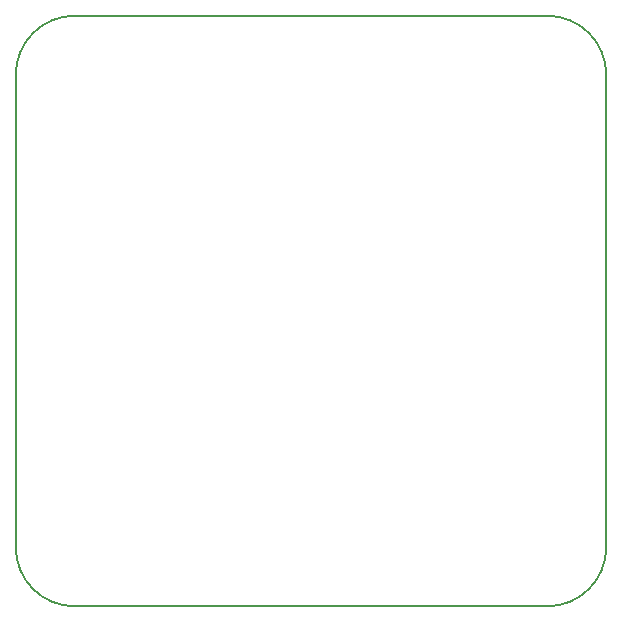
<source format=gbr>
G04 #@! TF.GenerationSoftware,KiCad,Pcbnew,5.0.2-bee76a0~70~ubuntu18.04.1*
G04 #@! TF.CreationDate,2019-04-04T22:51:14+01:00*
G04 #@! TF.ProjectId,sram_dev_board,7372616d-5f64-4657-965f-626f6172642e,rev?*
G04 #@! TF.SameCoordinates,Original*
G04 #@! TF.FileFunction,Profile,NP*
%FSLAX46Y46*%
G04 Gerber Fmt 4.6, Leading zero omitted, Abs format (unit mm)*
G04 Created by KiCad (PCBNEW 5.0.2-bee76a0~70~ubuntu18.04.1) date Thu 04 Apr 2019 22:51:14 BST*
%MOMM*%
%LPD*%
G01*
G04 APERTURE LIST*
%ADD10C,0.150000*%
G04 APERTURE END LIST*
D10*
X165000000Y-125000000D02*
X125000000Y-125000000D01*
X165000000Y-75000000D02*
G75*
G02X170000000Y-80000000I0J-5000000D01*
G01*
X170000000Y-120000000D02*
G75*
G02X165000000Y-125000000I-5000000J0D01*
G01*
X120000000Y-80000000D02*
G75*
G02X125000000Y-75000000I5000000J0D01*
G01*
X125000000Y-125000000D02*
G75*
G02X120000000Y-120000000I0J5000000D01*
G01*
X170000000Y-80000000D02*
X170000000Y-120000000D01*
X125000000Y-75000000D02*
X165000000Y-75000000D01*
X120000000Y-120000000D02*
X120000000Y-80000000D01*
M02*

</source>
